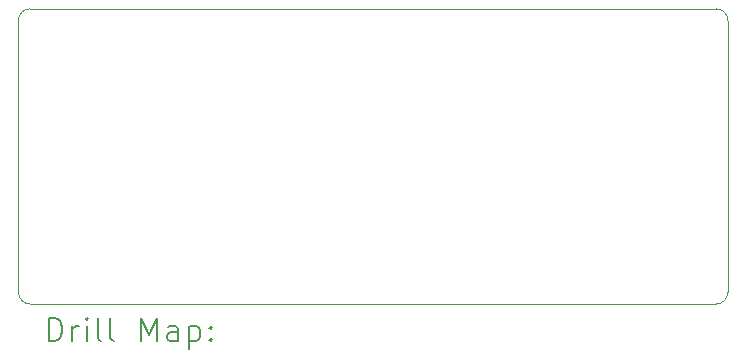
<source format=gbr>
%TF.GenerationSoftware,KiCad,Pcbnew,7.0.9*%
%TF.CreationDate,2024-01-14T15:58:57-05:00*%
%TF.ProjectId,5.2_5V,352e325f-3556-42e6-9b69-6361645f7063,rev?*%
%TF.SameCoordinates,Original*%
%TF.FileFunction,Drillmap*%
%TF.FilePolarity,Positive*%
%FSLAX45Y45*%
G04 Gerber Fmt 4.5, Leading zero omitted, Abs format (unit mm)*
G04 Created by KiCad (PCBNEW 7.0.9) date 2024-01-14 15:58:57*
%MOMM*%
%LPD*%
G01*
G04 APERTURE LIST*
%ADD10C,0.100000*%
%ADD11C,0.200000*%
G04 APERTURE END LIST*
D10*
X18461050Y-5687700D02*
G75*
G03*
X18561050Y-5587700I0J100000D01*
G01*
X12553950Y-3287700D02*
X12553950Y-5587700D01*
X18561050Y-3287700D02*
X18561050Y-5587700D01*
X18561050Y-3287700D02*
G75*
G03*
X18461050Y-3187700I-100000J0D01*
G01*
X12653950Y-3187700D02*
G75*
G03*
X12553950Y-3287700I0J-100000D01*
G01*
X12653950Y-3187700D02*
X18461050Y-3187700D01*
X18461050Y-5687700D02*
X12653950Y-5687700D01*
X12553950Y-5587700D02*
G75*
G03*
X12653950Y-5687700I100000J0D01*
G01*
D11*
X12809727Y-6004184D02*
X12809727Y-5804184D01*
X12809727Y-5804184D02*
X12857346Y-5804184D01*
X12857346Y-5804184D02*
X12885917Y-5813708D01*
X12885917Y-5813708D02*
X12904965Y-5832755D01*
X12904965Y-5832755D02*
X12914489Y-5851803D01*
X12914489Y-5851803D02*
X12924012Y-5889898D01*
X12924012Y-5889898D02*
X12924012Y-5918469D01*
X12924012Y-5918469D02*
X12914489Y-5956565D01*
X12914489Y-5956565D02*
X12904965Y-5975612D01*
X12904965Y-5975612D02*
X12885917Y-5994660D01*
X12885917Y-5994660D02*
X12857346Y-6004184D01*
X12857346Y-6004184D02*
X12809727Y-6004184D01*
X13009727Y-6004184D02*
X13009727Y-5870850D01*
X13009727Y-5908946D02*
X13019251Y-5889898D01*
X13019251Y-5889898D02*
X13028774Y-5880374D01*
X13028774Y-5880374D02*
X13047822Y-5870850D01*
X13047822Y-5870850D02*
X13066870Y-5870850D01*
X13133536Y-6004184D02*
X13133536Y-5870850D01*
X13133536Y-5804184D02*
X13124012Y-5813708D01*
X13124012Y-5813708D02*
X13133536Y-5823231D01*
X13133536Y-5823231D02*
X13143060Y-5813708D01*
X13143060Y-5813708D02*
X13133536Y-5804184D01*
X13133536Y-5804184D02*
X13133536Y-5823231D01*
X13257346Y-6004184D02*
X13238298Y-5994660D01*
X13238298Y-5994660D02*
X13228774Y-5975612D01*
X13228774Y-5975612D02*
X13228774Y-5804184D01*
X13362108Y-6004184D02*
X13343060Y-5994660D01*
X13343060Y-5994660D02*
X13333536Y-5975612D01*
X13333536Y-5975612D02*
X13333536Y-5804184D01*
X13590679Y-6004184D02*
X13590679Y-5804184D01*
X13590679Y-5804184D02*
X13657346Y-5947041D01*
X13657346Y-5947041D02*
X13724012Y-5804184D01*
X13724012Y-5804184D02*
X13724012Y-6004184D01*
X13904965Y-6004184D02*
X13904965Y-5899422D01*
X13904965Y-5899422D02*
X13895441Y-5880374D01*
X13895441Y-5880374D02*
X13876393Y-5870850D01*
X13876393Y-5870850D02*
X13838298Y-5870850D01*
X13838298Y-5870850D02*
X13819251Y-5880374D01*
X13904965Y-5994660D02*
X13885917Y-6004184D01*
X13885917Y-6004184D02*
X13838298Y-6004184D01*
X13838298Y-6004184D02*
X13819251Y-5994660D01*
X13819251Y-5994660D02*
X13809727Y-5975612D01*
X13809727Y-5975612D02*
X13809727Y-5956565D01*
X13809727Y-5956565D02*
X13819251Y-5937517D01*
X13819251Y-5937517D02*
X13838298Y-5927993D01*
X13838298Y-5927993D02*
X13885917Y-5927993D01*
X13885917Y-5927993D02*
X13904965Y-5918469D01*
X14000203Y-5870850D02*
X14000203Y-6070850D01*
X14000203Y-5880374D02*
X14019251Y-5870850D01*
X14019251Y-5870850D02*
X14057346Y-5870850D01*
X14057346Y-5870850D02*
X14076393Y-5880374D01*
X14076393Y-5880374D02*
X14085917Y-5889898D01*
X14085917Y-5889898D02*
X14095441Y-5908946D01*
X14095441Y-5908946D02*
X14095441Y-5966088D01*
X14095441Y-5966088D02*
X14085917Y-5985136D01*
X14085917Y-5985136D02*
X14076393Y-5994660D01*
X14076393Y-5994660D02*
X14057346Y-6004184D01*
X14057346Y-6004184D02*
X14019251Y-6004184D01*
X14019251Y-6004184D02*
X14000203Y-5994660D01*
X14181155Y-5985136D02*
X14190679Y-5994660D01*
X14190679Y-5994660D02*
X14181155Y-6004184D01*
X14181155Y-6004184D02*
X14171632Y-5994660D01*
X14171632Y-5994660D02*
X14181155Y-5985136D01*
X14181155Y-5985136D02*
X14181155Y-6004184D01*
X14181155Y-5880374D02*
X14190679Y-5889898D01*
X14190679Y-5889898D02*
X14181155Y-5899422D01*
X14181155Y-5899422D02*
X14171632Y-5889898D01*
X14171632Y-5889898D02*
X14181155Y-5880374D01*
X14181155Y-5880374D02*
X14181155Y-5899422D01*
M02*

</source>
